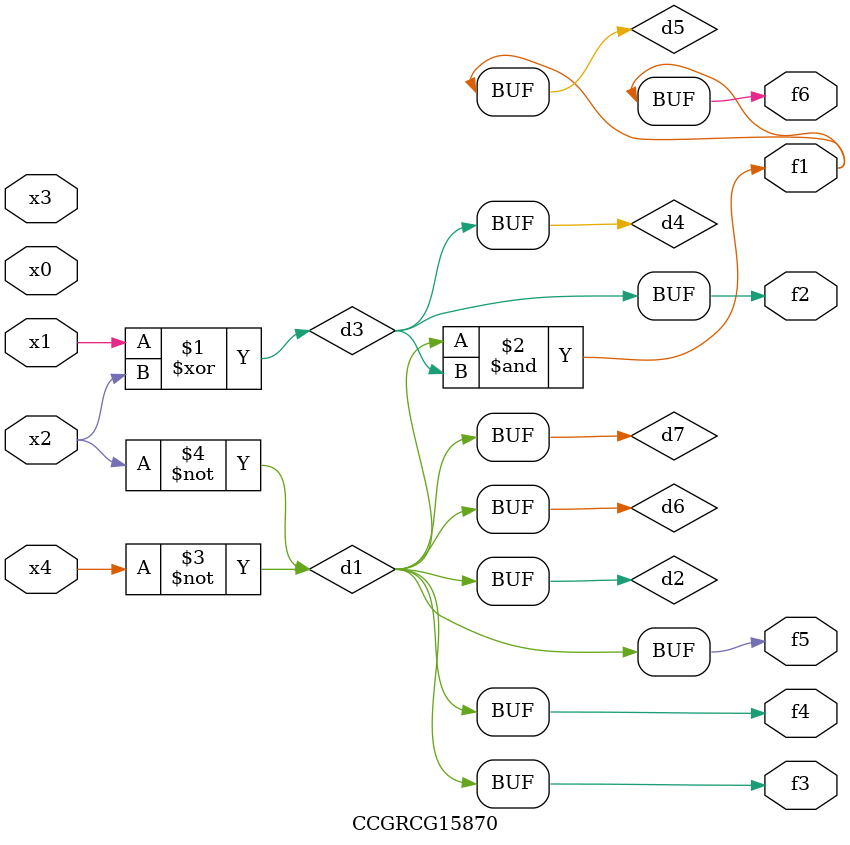
<source format=v>
module CCGRCG15870(
	input x0, x1, x2, x3, x4,
	output f1, f2, f3, f4, f5, f6
);

	wire d1, d2, d3, d4, d5, d6, d7;

	not (d1, x4);
	not (d2, x2);
	xor (d3, x1, x2);
	buf (d4, d3);
	and (d5, d1, d3);
	buf (d6, d1, d2);
	buf (d7, d2);
	assign f1 = d5;
	assign f2 = d4;
	assign f3 = d7;
	assign f4 = d7;
	assign f5 = d7;
	assign f6 = d5;
endmodule

</source>
